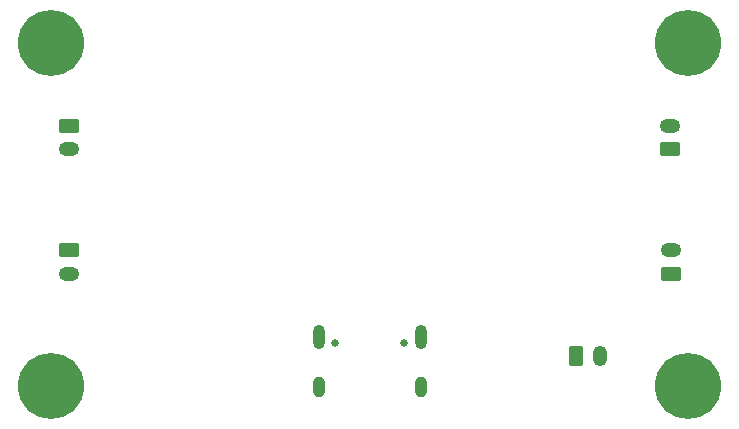
<source format=gbr>
%TF.GenerationSoftware,KiCad,Pcbnew,7.0.9*%
%TF.CreationDate,2023-12-10T21:37:23+08:00*%
%TF.ProjectId,E-Secnt Coach,452d5365-636e-4742-9043-6f6163682e6b,rev?*%
%TF.SameCoordinates,Original*%
%TF.FileFunction,Soldermask,Bot*%
%TF.FilePolarity,Negative*%
%FSLAX46Y46*%
G04 Gerber Fmt 4.6, Leading zero omitted, Abs format (unit mm)*
G04 Created by KiCad (PCBNEW 7.0.9) date 2023-12-10 21:37:23*
%MOMM*%
%LPD*%
G01*
G04 APERTURE LIST*
G04 Aperture macros list*
%AMRoundRect*
0 Rectangle with rounded corners*
0 $1 Rounding radius*
0 $2 $3 $4 $5 $6 $7 $8 $9 X,Y pos of 4 corners*
0 Add a 4 corners polygon primitive as box body*
4,1,4,$2,$3,$4,$5,$6,$7,$8,$9,$2,$3,0*
0 Add four circle primitives for the rounded corners*
1,1,$1+$1,$2,$3*
1,1,$1+$1,$4,$5*
1,1,$1+$1,$6,$7*
1,1,$1+$1,$8,$9*
0 Add four rect primitives between the rounded corners*
20,1,$1+$1,$2,$3,$4,$5,0*
20,1,$1+$1,$4,$5,$6,$7,0*
20,1,$1+$1,$6,$7,$8,$9,0*
20,1,$1+$1,$8,$9,$2,$3,0*%
G04 Aperture macros list end*
%ADD10RoundRect,0.250000X0.625000X-0.350000X0.625000X0.350000X-0.625000X0.350000X-0.625000X-0.350000X0*%
%ADD11O,1.750000X1.200000*%
%ADD12C,5.600000*%
%ADD13RoundRect,0.250000X-0.625000X0.350000X-0.625000X-0.350000X0.625000X-0.350000X0.625000X0.350000X0*%
%ADD14C,0.650000*%
%ADD15O,1.000000X2.100000*%
%ADD16O,1.000000X1.800000*%
%ADD17RoundRect,0.250000X-0.350000X-0.625000X0.350000X-0.625000X0.350000X0.625000X-0.350000X0.625000X0*%
%ADD18O,1.200000X1.750000*%
G04 APERTURE END LIST*
D10*
%TO.C,J4*%
X165450000Y-84000000D03*
D11*
X165450000Y-82000000D03*
%TD*%
D12*
%TO.C,REF\u002A\u002A*%
X167000000Y-104000000D03*
%TD*%
D13*
%TO.C,J3*%
X114550000Y-92500000D03*
D11*
X114550000Y-94500000D03*
%TD*%
D12*
%TO.C,REF\u002A\u002A*%
X113000000Y-75000000D03*
%TD*%
D14*
%TO.C,J1*%
X137110000Y-100395000D03*
X142890000Y-100395000D03*
D15*
X135680000Y-99875000D03*
D16*
X135680000Y-104075000D03*
D15*
X144320000Y-99875000D03*
D16*
X144320000Y-104075000D03*
%TD*%
D10*
%TO.C,J5*%
X165500000Y-94500000D03*
D11*
X165500000Y-92500000D03*
%TD*%
D12*
%TO.C,REF\u002A\u002A*%
X167000000Y-75000000D03*
%TD*%
D13*
%TO.C,J2*%
X114550000Y-82000000D03*
D11*
X114550000Y-84000000D03*
%TD*%
D17*
%TO.C,J6*%
X157500000Y-101500000D03*
D18*
X159500000Y-101500000D03*
%TD*%
D12*
%TO.C,REF\u002A\u002A*%
X113000000Y-104000000D03*
%TD*%
M02*

</source>
